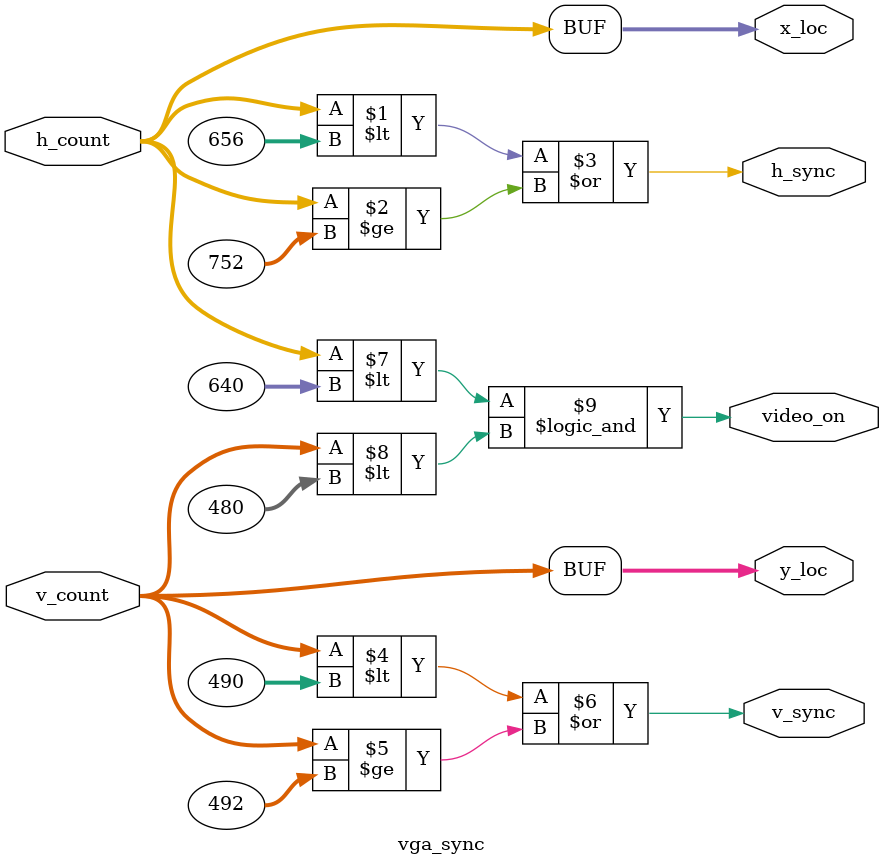
<source format=v>
module vga_sync(
  input [9:0] h_count, 
  input [9:0] v_count,
  output h_sync, 
  output v_sync, 
  output video_on,
  output [9:0] x_loc,
  output [9:0] y_loc
);
  //Horizontal Sync
  localparam HD = 640;
  localparam HF = 16;
  localparam HB = 48;
  localparam HR = 96;
  
  //Vertical Sync
  localparam VD = 480;
  localparam VF = 10;
  localparam VB = 33;
  localparam VR = 2;
  
  assign x_loc = h_count;
  assign y_loc = v_count;
  
  assign h_sync = (h_count< HD + HF) | (h_count >= HD+HF+HR);
  assign v_sync = (v_count< VD + VF) | (v_count >= VD+VF+VR);
  assign video_on = (h_count < (HD)) && (v_count < VD);
  
endmodule
</source>
